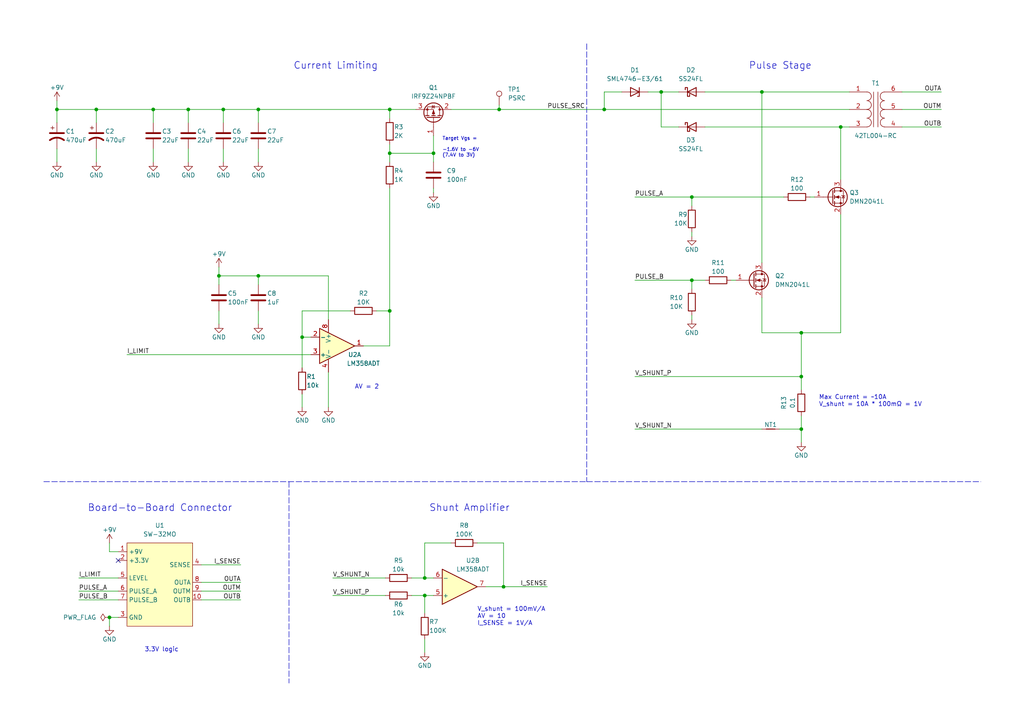
<source format=kicad_sch>
(kicad_sch (version 20211123) (generator eeschema)
  (paper "A4")
  (title_block (title "SW3O2") (date "2022-12-23") (rev "1") (company "saawsm") (comment 3 "TO-220 Variant") (comment 4 "A single channel e-stim output module for the SW3X driver board"))
  (lib_symbols
    (symbol "Amplifier_Operational:LMC6482" (pin_names (offset 0.127))
      (property "Reference" "U" (at 0 5.08 0))
      (property "Value" "LMC6482" (at 0 -5.08 0))
      (symbol "LMC6482_1_1"
        (polyline (pts (xy -5.08 5.08) (xy 5.08 0) (xy -5.08 -5.08) (xy -5.08 5.08)) (stroke (width 0.254)) (fill (type background)))
        (pin output line (at 7.62 0 180) (length 2.54) (name "~") (number "1"))
        (pin input line (at -7.62 -2.54 0) (length 2.54) (name "-") (number "2"))
        (pin input line (at -7.62 2.54 0) (length 2.54) (name "+") (number "3"))
      )
      (symbol "LMC6482_2_1"
        (polyline (pts (xy -5.08 5.08) (xy 5.08 0) (xy -5.08 -5.08) (xy -5.08 5.08)) (stroke (width 0.254)) (fill (type background)))
        (pin input line (at -7.62 2.54 0) (length 2.54) (name "+") (number "5"))
        (pin input line (at -7.62 -2.54 0) (length 2.54) (name "-") (number "6"))
        (pin output line (at 7.62 0 180) (length 2.54) (name "~") (number "7"))
      )
      (symbol "LMC6482_3_1"
        (pin power_in line (at -2.54 -7.62 90) (length 3.81) (name "V-") (number "4"))
        (pin power_in line (at -2.54 7.62 270) (length 3.81) (name "V+") (number "8"))
      )
    )
    (symbol "Connector:TestPoint" (pin_numbers hide) (pin_names (offset 0.762) hide)
      (property "Reference" "TP" (at 0 6.858 0))
      (property "Value" "TestPoint" (at 0 5.08 0))
      (symbol "TestPoint_0_1"
        (circle (center 0 3.302) (radius 0.762))
      )
      (symbol "TestPoint_1_1"
        (pin passive line (at 0 0 90) (length 2.54) (name "1") (number "1"))
      )
    )
    (symbol "Device:C" (pin_numbers hide) (pin_names (offset 0.254))
      (property "Reference" "C" (at 0.635 2.54 0))
      (property "Value" "C" (at 0.635 -2.54 0))
      (symbol "C_0_1"
        (polyline (pts (xy -2.032 -0.762) (xy 2.032 -0.762)) (stroke (width 0.508)))
        (polyline (pts (xy -2.032 0.762) (xy 2.032 0.762)) (stroke (width 0.508)))
      )
      (symbol "C_1_1"
        (pin passive line (at 0 3.81 270) (length 2.794) (name "~") (number "1"))
        (pin passive line (at 0 -3.81 90) (length 2.794) (name "~") (number "2"))
      )
    )
    (symbol "Device:C_Polarized_US" (pin_numbers hide) (pin_names (offset 0.254) hide)
      (property "Reference" "C" (at 0.635 2.54 0))
      (property "Value" "C_Polarized_US" (at 0.635 -2.54 0))
      (symbol "C_Polarized_US_0_1"
        (polyline (pts (xy -2.032 0.762) (xy 2.032 0.762)) (stroke (width 0.508)))
        (polyline (pts (xy -1.778 2.286) (xy -0.762 2.286)))
        (polyline (pts (xy -1.27 1.778) (xy -1.27 2.794)))
        (arc (start 2.032 -1.27) (mid 0 -0.5572) (end -2.032 -1.27) (stroke (width 0.508)))
      )
      (symbol "C_Polarized_US_1_1"
        (pin passive line (at 0 3.81 270) (length 2.794) (name "~") (number "1"))
        (pin passive line (at 0 -3.81 90) (length 3.302) (name "~") (number "2"))
      )
    )
    (symbol "Device:D_Schottky" (pin_numbers hide) (pin_names (offset 1.016) hide)
      (property "Reference" "D" (at 0 2.54 0))
      (property "Value" "D_Schottky" (at 0 -2.54 0))
      (symbol "D_Schottky_0_1"
        (polyline (pts (xy 1.27 0) (xy -1.27 0)))
        (polyline (pts (xy 1.27 1.27) (xy 1.27 -1.27) (xy -1.27 0) (xy 1.27 1.27)) (stroke (width 0.254)))
        (polyline (pts (xy -1.905 0.635) (xy -1.905 1.27) (xy -1.27 1.27) (xy -1.27 -1.27) (xy -0.635 -1.27) (xy -0.635 -0.635)) (stroke (width 0.254)))
      )
      (symbol "D_Schottky_1_1"
        (pin passive line (at -3.81 0 0) (length 2.54) (name "K") (number "1"))
        (pin passive line (at 3.81 0 180) (length 2.54) (name "A") (number "2"))
      )
    )
    (symbol "Device:D_Zener" (pin_numbers hide) (pin_names (offset 1.016) hide)
      (property "Reference" "D" (at 0 2.54 0))
      (property "Value" "D_Zener" (at 0 -2.54 0))
      (symbol "D_Zener_0_1"
        (polyline (pts (xy 1.27 0) (xy -1.27 0)))
        (polyline (pts (xy -1.27 -1.27) (xy -1.27 1.27) (xy -0.762 1.27)) (stroke (width 0.254)))
        (polyline (pts (xy 1.27 -1.27) (xy 1.27 1.27) (xy -1.27 0) (xy 1.27 -1.27)) (stroke (width 0.254)))
      )
      (symbol "D_Zener_1_1"
        (pin passive line (at -3.81 0 0) (length 2.54) (name "K") (number "1"))
        (pin passive line (at 3.81 0 180) (length 2.54) (name "A") (number "2"))
      )
    )
    (symbol "Device:NetTie_2" (pin_numbers hide) (pin_names (offset 0) hide)
      (property "Reference" "NT" (at 0 1.27 0))
      (property "Value" "NetTie_2" (at 0 -1.27 0))
      (symbol "NetTie_2_0_1"
        (polyline (pts (xy -1.27 0) (xy 1.27 0)) (stroke (width 0.254)))
      )
      (symbol "NetTie_2_1_1"
        (pin passive line (at -2.54 0 0) (length 2.54) (name "1") (number "1"))
        (pin passive line (at 2.54 0 180) (length 2.54) (name "2") (number "2"))
      )
    )
    (symbol "Device:Q_PMOS_GDS" (pin_names (offset 0) hide)
      (property "Reference" "Q" (at 5.08 1.27 0))
      (property "Value" "Q_PMOS_GDS" (at 5.08 -1.27 0))
      (symbol "Q_PMOS_GDS_0_1"
        (polyline (pts (xy 0.254 0) (xy -2.54 0)))
        (polyline (pts (xy 0.254 1.905) (xy 0.254 -1.905)) (stroke (width 0.254)))
        (polyline (pts (xy 0.762 -1.27) (xy 0.762 -2.286)) (stroke (width 0.254)))
        (polyline (pts (xy 0.762 0.508) (xy 0.762 -0.508)) (stroke (width 0.254)))
        (polyline (pts (xy 0.762 2.286) (xy 0.762 1.27)) (stroke (width 0.254)))
        (polyline (pts (xy 2.54 2.54) (xy 2.54 1.778)))
        (polyline (pts (xy 2.54 -2.54) (xy 2.54 0) (xy 0.762 0)))
        (polyline (pts (xy 0.762 1.778) (xy 3.302 1.778) (xy 3.302 -1.778) (xy 0.762 -1.778)))
        (polyline (pts (xy 2.286 0) (xy 1.27 0.381) (xy 1.27 -0.381) (xy 2.286 0)) (fill (type outline)))
        (polyline (pts (xy 2.794 -0.508) (xy 2.921 -0.381) (xy 3.683 -0.381) (xy 3.81 -0.254)))
        (polyline (pts (xy 3.302 -0.381) (xy 2.921 0.254) (xy 3.683 0.254) (xy 3.302 -0.381)))
        (circle (center 1.651 0) (radius 2.794) (stroke (width 0.254)))
        (circle (center 2.54 -1.778) (radius 0.254) (fill (type outline)))
        (circle (center 2.54 1.778) (radius 0.254) (fill (type outline)))
      )
      (symbol "Q_PMOS_GDS_1_1"
        (pin input line (at -5.08 0 0) (length 2.54) (name "G") (number "1"))
        (pin passive line (at 2.54 5.08 270) (length 2.54) (name "D") (number "2"))
        (pin passive line (at 2.54 -5.08 90) (length 2.54) (name "S") (number "3"))
      )
    )
    (symbol "Device:R" (pin_numbers hide) (pin_names (offset 0))
      (property "Reference" "R" (at 2.032 0 90))
      (property "Value" "R" (at 0 0 90))
      (symbol "R_0_1"
        (rectangle (start -1.016 -2.54) (end 1.016 2.54) (stroke (width 0.254)))
      )
      (symbol "R_1_1"
        (pin passive line (at 0 3.81 270) (length 1.27) (name "~") (number "1"))
        (pin passive line (at 0 -3.81 90) (length 1.27) (name "~") (number "2"))
      )
    )
    (symbol "SaawLib:SW-32MO"
      (property "Reference" "J" (at 0 13.97 0))
      (property "Value" "SW-32MO" (at 0 -12.7 0))
      (symbol "SW-32MO_0_1"
        (rectangle (start -10.16 12.7) (end 8.89 -11.43) (fill (type background)))
      )
      (symbol "SW-32MO_1_1"
        (pin power_in line (at -12.7 10.16 0) (length 2.54) (name "+9V") (number "1"))
        (pin power_out line (at 11.43 -3.81 180) (length 2.54) (name "OUTB") (number "10"))
        (pin power_in line (at -12.7 7.62 0) (length 2.54) (name "+3.3V") (number "2"))
        (pin power_in line (at -12.7 -8.89 0) (length 2.54) (name "GND") (number "3"))
        (pin bidirectional line (at 11.43 6.35 180) (length 2.54) (name "SENSE") (number "4"))
        (pin bidirectional line (at -12.7 2.54 0) (length 2.54) (name "LEVEL") (number "5"))
        (pin bidirectional line (at -12.7 -1.27 0) (length 2.54) (name "PULSE_A") (number "6"))
        (pin bidirectional line (at -12.7 -3.81 0) (length 2.54) (name "PULSE_B") (number "7"))
        (pin power_out line (at 11.43 1.27 180) (length 2.54) (name "OUTA") (number "8"))
        (pin power_out line (at 11.43 -1.27 180) (length 2.54) (name "OUTM") (number "9"))
      )
    )
    (symbol "SaawLib:Transformer_SP_SS" (pin_names hide)
      (property "Reference" "T" (at 0 10.16 0))
      (property "Value" "Transformer_SP_SS" (at 0 7.62 0))
      (symbol "Transformer_SP_SS_0_1"
        (arc (start -2.54 -5.0546) (mid -1.6561 -4.6863) (end -1.27 -3.81))
        (arc (start -2.54 -2.5146) (mid -1.6561 -2.1463) (end -1.27 -1.27))
        (arc (start -2.54 0.0254) (mid -1.6561 0.3937) (end -1.27 1.27))
        (arc (start -2.54 2.5654) (mid -1.6561 2.9337) (end -1.27 3.81))
        (arc (start -1.27 -3.81) (mid -1.642 -2.912) (end -2.54 -2.54))
        (arc (start -1.27 -1.27) (mid -1.642 -0.372) (end -2.54 0))
        (arc (start -1.27 1.27) (mid -1.642 2.168) (end -2.54 2.54))
        (arc (start -1.27 3.81) (mid -1.642 4.708) (end -2.54 5.08))
        (polyline (pts (xy -0.635 5.08) (xy -0.635 -5.08)))
        (polyline (pts (xy 0.635 -5.08) (xy 0.635 5.08)))
        (arc (start 1.2954 -1.27) (mid 1.6599 -2.1501) (end 2.54 -2.5146))
        (arc (start 1.2954 1.27) (mid 1.6599 0.3899) (end 2.54 0.0254))
        (arc (start 1.2954 3.81) (mid 1.6599 2.9299) (end 2.54 2.5654))
        (arc (start 1.3208 -3.81) (mid 1.6853 -4.6901) (end 2.5654 -5.0546))
        (arc (start 2.54 0) (mid 1.6456 -0.3683) (end 1.2954 -1.27))
        (arc (start 2.54 2.54) (mid 1.6456 2.1717) (end 1.2954 1.27))
        (arc (start 2.54 5.08) (mid 1.6456 4.7117) (end 1.2954 3.81))
        (arc (start 2.5654 -2.54) (mid 1.671 -2.9083) (end 1.3208 -3.81))
      )
      (symbol "Transformer_SP_SS_1_1"
        (pin passive line (at -7.62 5.08 0) (length 5.08) (name "PR1") (number "1"))
        (pin passive line (at -7.62 0 0) (length 5.08) (name "PM") (number "2"))
        (pin passive line (at -7.62 -5.08 0) (length 5.08) (name "PR2") (number "3"))
        (pin passive line (at 7.62 -5.08 180) (length 5.08) (name "S1") (number "4"))
        (pin passive line (at 7.62 0 180) (length 5.08) (name "SM") (number "5"))
        (pin passive line (at 7.62 5.08 180) (length 5.08) (name "S2") (number "6"))
      )
    )
    (symbol "Transistor_FET:DMN2041L" (pin_names hide)
      (property "Reference" "Q" (at 5.08 1.905 0))
      (property "Value" "DMN2041L" (at 5.08 0 0))
      (symbol "DMN2041L_0_1"
        (polyline (pts (xy 0.254 0) (xy -2.54 0)))
        (polyline (pts (xy 0.254 1.905) (xy 0.254 -1.905)) (stroke (width 0.254)))
        (polyline (pts (xy 0.762 -1.27) (xy 0.762 -2.286)) (stroke (width 0.254)))
        (polyline (pts (xy 0.762 0.508) (xy 0.762 -0.508)) (stroke (width 0.254)))
        (polyline (pts (xy 0.762 2.286) (xy 0.762 1.27)) (stroke (width 0.254)))
        (polyline (pts (xy 2.54 2.54) (xy 2.54 1.778)))
        (polyline (pts (xy 2.54 -2.54) (xy 2.54 0) (xy 0.762 0)))
        (polyline (pts (xy 0.762 -1.778) (xy 3.302 -1.778) (xy 3.302 1.778) (xy 0.762 1.778)))
        (polyline (pts (xy 1.016 0) (xy 2.032 0.381) (xy 2.032 -0.381) (xy 1.016 0)) (fill (type outline)))
        (polyline (pts (xy 2.794 0.508) (xy 2.921 0.381) (xy 3.683 0.381) (xy 3.81 0.254)))
        (polyline (pts (xy 3.302 0.381) (xy 2.921 -0.254) (xy 3.683 -0.254) (xy 3.302 0.381)))
        (circle (center 1.651 0) (radius 2.794) (stroke (width 0.254)))
        (circle (center 2.54 -1.778) (radius 0.254) (fill (type outline)))
        (circle (center 2.54 1.778) (radius 0.254) (fill (type outline)))
      )
      (symbol "DMN2041L_1_1"
        (pin input line (at -5.08 0 0) (length 2.54) (name "G") (number "1"))
        (pin passive line (at 2.54 -5.08 90) (length 2.54) (name "S") (number "2"))
        (pin passive line (at 2.54 5.08 270) (length 2.54) (name "D") (number "3"))
      )
    )
    (symbol "power:+9V" (power) (pin_names (offset 0))
      (property "Value" "+9V" (at 0 3.556 0))
      (symbol "+9V_0_1"
        (polyline (pts (xy -0.762 1.27) (xy 0 2.54)))
        (polyline (pts (xy 0 0) (xy 0 2.54)))
        (polyline (pts (xy 0 2.54) (xy 0.762 1.27)))
      )
      (symbol "+9V_1_1"
        (pin power_in line (at 0 0 90) (length 0) hide (name "+9V") (number "1"))
      )
    )
    (symbol "power:GND" (power) (pin_names (offset 0))
      (property "Value" "GND" (at 0 -3.81 0))
      (symbol "GND_0_1"
        (polyline (pts (xy 0 0) (xy 0 -1.27) (xy 1.27 -1.27) (xy 0 -2.54) (xy -1.27 -1.27) (xy 0 -1.27)))
      )
      (symbol "GND_1_1"
        (pin power_in line (at 0 0 270) (length 0) hide (name "GND") (number "1"))
      )
    )
    (symbol "power:PWR_FLAG" (power) (pin_numbers hide) (pin_names (offset 0) hide)
      (property "Value" "PWR_FLAG" (at 0 3.81 0))
      (symbol "PWR_FLAG_0_0"
        (pin power_out line (at 0 0 90) (length 0) (name "pwr") (number "1"))
      )
      (symbol "PWR_FLAG_0_1"
        (polyline (pts (xy 0 0) (xy 0 1.27) (xy -1.016 1.905) (xy 0 2.54) (xy 1.016 1.905) (xy 0 1.27)))
      )
    )
  )
  (junction (at 74.93 80.01))
  (junction (at 232.41 124.46))
  (junction (at 113.03 44.45))
  (junction (at 44.45 31.75))
  (junction (at 16.51 31.75))
  (junction (at 123.19 167.64))
  (junction (at 146.05 170.18))
  (junction (at 54.61 31.75))
  (junction (at 74.93 31.75))
  (junction (at 113.03 90.17))
  (junction (at 144.78 31.75))
  (junction (at 113.03 31.75))
  (junction (at 200.66 57.15))
  (junction (at 64.77 31.75))
  (junction (at 232.41 96.52))
  (junction (at 200.66 81.28))
  (junction (at 191.77 26.67))
  (junction (at 123.19 172.72))
  (junction (at 232.41 109.22))
  (junction (at 31.75 179.07))
  (junction (at 175.26 31.75))
  (junction (at 220.98 26.67))
  (junction (at 125.73 44.45))
  (junction (at 27.94 31.75))
  (junction (at 63.5 80.01))
  (junction (at 243.84 36.83))
  (junction (at 87.63 97.79))
  (no_connect (at 34.29 162.56))
  (wire (pts (xy 74.93 80.01) (xy 95.25 80.01)))
  (wire (pts (xy 273.05 36.83) (xy 261.62 36.83)))
  (wire (pts (xy 232.41 120.65) (xy 232.41 124.46)))
  (wire (pts (xy 34.29 160.02) (xy 31.75 160.02)))
  (wire (pts (xy 63.5 90.17) (xy 63.5 93.98)))
  (wire (pts (xy 140.97 170.18) (xy 146.05 170.18)))
  (wire (pts (xy 74.93 82.55) (xy 74.93 80.01)))
  (wire (pts (xy 54.61 31.75) (xy 64.77 31.75)))
  (wire (pts (xy 69.85 173.99) (xy 58.42 173.99)))
  (wire (pts (xy 200.66 57.15) (xy 200.66 59.69)))
  (wire (pts (xy 220.98 26.67) (xy 246.38 26.67)))
  (wire (pts (xy 200.66 67.31) (xy 200.66 68.58)))
  (wire (pts (xy 212.09 81.28) (xy 213.36 81.28)))
  (wire (pts (xy 63.5 80.01) (xy 63.5 82.55)))
  (wire (pts (xy 123.19 167.64) (xy 125.73 167.64)))
  (wire (pts (xy 64.77 43.18) (xy 64.77 46.99)))
  (wire (pts (xy 69.85 168.91) (xy 58.42 168.91)))
  (wire (pts (xy 113.03 54.61) (xy 113.03 90.17)))
  (wire (pts (xy 119.38 172.72) (xy 123.19 172.72)))
  (wire (pts (xy 16.51 29.21) (xy 16.51 31.75)))
  (wire (pts (xy 191.77 26.67) (xy 196.85 26.67)))
  (wire (pts (xy 200.66 57.15) (xy 227.33 57.15)))
  (wire (pts (xy 74.93 35.56) (xy 74.93 31.75)))
  (wire (pts (xy 113.03 90.17) (xy 113.03 100.33)))
  (wire (pts (xy 44.45 31.75) (xy 44.45 35.56)))
  (wire (pts (xy 220.98 96.52) (xy 232.41 96.52)))
  (wire (pts (xy 125.73 44.45) (xy 125.73 46.99)))
  (wire (pts (xy 31.75 181.61) (xy 31.75 179.07)))
  (wire (pts (xy 200.66 91.44) (xy 200.66 92.71)))
  (wire (pts (xy 273.05 26.67) (xy 261.62 26.67)))
  (wire (pts (xy 27.94 31.75) (xy 44.45 31.75)))
  (wire (pts (xy 232.41 124.46) (xy 232.41 128.27)))
  (wire (pts (xy 123.19 172.72) (xy 125.73 172.72)))
  (wire (pts (xy 27.94 31.75) (xy 27.94 35.56)))
  (wire (pts (xy 109.22 90.17) (xy 113.03 90.17)))
  (wire (pts (xy 105.41 100.33) (xy 113.03 100.33)))
  (wire (pts (xy 123.19 157.48) (xy 123.19 167.64)))
  (wire (pts (xy 95.25 107.95) (xy 95.25 118.11)))
  (wire (pts (xy 22.86 167.64) (xy 34.29 167.64)))
  (wire (pts (xy 196.85 36.83) (xy 191.77 36.83)))
  (wire (pts (xy 273.05 31.75) (xy 261.62 31.75)))
  (wire (pts (xy 22.86 171.45) (xy 34.29 171.45)))
  (wire (pts (xy 184.15 109.22) (xy 232.41 109.22)))
  (polyline (pts (xy 170.18 12.7) (xy 170.18 139.7)))
  (wire (pts (xy 220.98 26.67) (xy 220.98 76.2)))
  (wire (pts (xy 36.83 102.87) (xy 90.17 102.87)))
  (wire (pts (xy 63.5 77.47) (xy 63.5 80.01)))
  (wire (pts (xy 123.19 185.42) (xy 123.19 189.23)))
  (wire (pts (xy 232.41 109.22) (xy 232.41 113.03)))
  (wire (pts (xy 146.05 170.18) (xy 158.75 170.18)))
  (wire (pts (xy 175.26 31.75) (xy 246.38 31.75)))
  (wire (pts (xy 31.75 179.07) (xy 34.29 179.07)))
  (wire (pts (xy 96.52 172.72) (xy 111.76 172.72)))
  (wire (pts (xy 74.93 43.18) (xy 74.93 46.99)))
  (wire (pts (xy 191.77 36.83) (xy 191.77 26.67)))
  (wire (pts (xy 232.41 96.52) (xy 232.41 109.22)))
  (wire (pts (xy 184.15 57.15) (xy 200.66 57.15)))
  (wire (pts (xy 113.03 44.45) (xy 113.03 46.99)))
  (wire (pts (xy 87.63 114.3) (xy 87.63 118.11)))
  (wire (pts (xy 281.94 219.71) (xy 283.21 219.71)))
  (wire (pts (xy 113.03 41.91) (xy 113.03 44.45)))
  (wire (pts (xy 204.47 36.83) (xy 243.84 36.83)))
  (wire (pts (xy 87.63 90.17) (xy 87.63 97.79)))
  (wire (pts (xy 119.38 167.64) (xy 123.19 167.64)))
  (wire (pts (xy 144.78 31.75) (xy 175.26 31.75)))
  (wire (pts (xy 74.93 90.17) (xy 74.93 93.98)))
  (wire (pts (xy 96.52 167.64) (xy 111.76 167.64)))
  (wire (pts (xy 54.61 31.75) (xy 54.61 35.56)))
  (wire (pts (xy 74.93 31.75) (xy 113.03 31.75)))
  (wire (pts (xy 187.96 26.67) (xy 191.77 26.67)))
  (wire (pts (xy 16.51 31.75) (xy 27.94 31.75)))
  (wire (pts (xy 243.84 36.83) (xy 246.38 36.83)))
  (wire (pts (xy 54.61 43.18) (xy 54.61 46.99)))
  (wire (pts (xy 130.81 31.75) (xy 144.78 31.75)))
  (wire (pts (xy 243.84 62.23) (xy 243.84 96.52)))
  (wire (pts (xy 64.77 31.75) (xy 74.93 31.75)))
  (wire (pts (xy 200.66 81.28) (xy 204.47 81.28)))
  (wire (pts (xy 200.66 81.28) (xy 200.66 83.82)))
  (wire (pts (xy 16.51 43.18) (xy 16.51 46.99)))
  (wire (pts (xy 125.73 54.61) (xy 125.73 55.88)))
  (wire (pts (xy 175.26 26.67) (xy 175.26 31.75)))
  (wire (pts (xy 31.75 157.48) (xy 31.75 160.02)))
  (wire (pts (xy 64.77 31.75) (xy 64.77 35.56)))
  (wire (pts (xy 44.45 43.18) (xy 44.45 46.99)))
  (polyline (pts (xy 83.82 139.7) (xy 83.82 198.12)))
  (wire (pts (xy 87.63 97.79) (xy 90.17 97.79)))
  (wire (pts (xy 123.19 172.72) (xy 123.19 177.8)))
  (wire (pts (xy 232.41 96.52) (xy 243.84 96.52)))
  (wire (pts (xy 226.06 124.46) (xy 232.41 124.46)))
  (wire (pts (xy 16.51 31.75) (xy 16.51 35.56)))
  (wire (pts (xy 243.84 36.83) (xy 243.84 52.07)))
  (polyline (pts (xy 170.18 139.7) (xy 284.48 139.7)))
  (wire (pts (xy 101.6 90.17) (xy 87.63 90.17)))
  (wire (pts (xy 220.98 86.36) (xy 220.98 96.52)))
  (wire (pts (xy 138.43 157.48) (xy 146.05 157.48)))
  (wire (pts (xy 283.21 219.71) (xy 283.21 218.44)))
  (wire (pts (xy 69.85 171.45) (xy 58.42 171.45)))
  (wire (pts (xy 184.15 81.28) (xy 200.66 81.28)))
  (wire (pts (xy 234.95 57.15) (xy 236.22 57.15)))
  (wire (pts (xy 58.42 163.83) (xy 69.85 163.83)))
  (wire (pts (xy 130.81 157.48) (xy 123.19 157.48)))
  (wire (pts (xy 144.78 30.48) (xy 144.78 31.75)))
  (polyline (pts (xy 12.7 139.7) (xy 170.18 139.7)))
  (wire (pts (xy 113.03 31.75) (xy 113.03 34.29)))
  (wire (pts (xy 63.5 80.01) (xy 74.93 80.01)))
  (wire (pts (xy 125.73 44.45) (xy 113.03 44.45)))
  (wire (pts (xy 87.63 97.79) (xy 87.63 106.68)))
  (wire (pts (xy 95.25 80.01) (xy 95.25 92.71)))
  (wire (pts (xy 204.47 26.67) (xy 220.98 26.67)))
  (wire (pts (xy 44.45 31.75) (xy 54.61 31.75)))
  (wire (pts (xy 146.05 157.48) (xy 146.05 170.18)))
  (wire (pts (xy 180.34 26.67) (xy 175.26 26.67)))
  (wire (pts (xy 184.15 124.46) (xy 220.98 124.46)))
  (wire (pts (xy 27.94 43.18) (xy 27.94 46.99)))
  (wire (pts (xy 22.86 173.99) (xy 34.29 173.99)))
  (wire (pts (xy 113.03 31.75) (xy 120.65 31.75)))
  (wire (pts (xy 125.73 39.37) (xy 125.73 44.45)))
  (text "Max Current = ~10A\nV_shunt = 10A * 100mΩ = 1V" (at 237.49 118.11 0) (effects (font (size 1.27 1.27)) (justify left bottom)))
  (text "Board-to-Board Connector" (at 25.4 148.59 0) (effects (font (size 2 2)) (justify left bottom)))
  (text "V_shunt = 100mV/A\nAV = 10\nI_SENSE = 1V/A" (at 138.43 181.61 0) (effects (font (size 1.27 1.27)) (justify left bottom)))
  (text "AV = 2" (at 102.87 113.03 0) (effects (font (size 1.27 1.27)) (justify left bottom)))
  (text "Shunt Amplifier" (at 124.46 148.59 0) (effects (font (size 2 2)) (justify left bottom)))
  (text "Pulse Stage" (at 217.17 20.32 0) (effects (font (size 2 2)) (justify left bottom)))
  (text "Target Vgs = \n\n-1.6V to -6V\n(7.4V to 3V)" (at 128.27 45.72 0) (effects (font (size 1 1)) (justify left bottom)))
  (text "Current Limiting" (at 85.09 20.32 0) (effects (font (size 2 2)) (justify left bottom)))
  (text "3.3V logic" (at 41.91 189.23 0) (effects (font (size 1.27 1.27)) (justify left bottom)))
  (label "OUTA" (at 69.85 168.91 180))
  (label "I_LIMIT" (at 22.86 167.64 0))
  (label "OUTA" (at 273.05 26.67 180))
  (label "PULSE_A" (at 184.15 57.15 0))
  (label "V_SHUNT_P" (at 184.15 109.22 0))
  (label "OUTM" (at 273.05 31.75 180))
  (label "V_SHUNT_N" (at 184.15 124.46 0))
  (label "OUTB" (at 69.85 173.99 180))
  (label "PULSE_B" (at 22.86 173.99 0))
  (label "I_SENSE" (at 158.75 170.18 180))
  (label "PULSE_B" (at 184.15 81.28 0))
  (label "I_SENSE" (at 69.85 163.83 180))
  (label "OUTB" (at 273.05 36.83 180))
  (label "PULSE_A" (at 22.86 171.45 0))
  (label "V_SHUNT_N" (at 96.52 167.64 0))
  (label "OUTM" (at 69.85 171.45 180))
  (label "I_LIMIT" (at 36.83 102.87 0))
  (label "PULSE_SRC" (at 158.75 31.75 0))
  (label "V_SHUNT_P" (at 96.52 172.72 0))
  (symbol (lib_id "Device:C") (at 64.77 39.37 0) (unit 1)
    (property "Reference" "C6" (at 67.31 38.1 0) (effects (justify left)))
    (property "Value" "22uF" (at 67.31 40.64 0) (effects (justify left)))
    (property "Footprint" "Capacitor_SMD:C_1210_3225Metric" (effects hide))
    (property "MPN" "CL32A226KAJNNNE" (effects hide))
  )
  (symbol (lib_id "Device:NetTie_2") (at 223.52 124.46 0) (unit 1) (in_bom no)
    (property "Reference" "NT1" (at 223.52 123.19 0))
    (property "Value" "0.5 mm" (effects hide))
    (property "Footprint" "NetTie:NetTie-2_SMD_Pad0.5mm" (effects hide))
  )
  (symbol (lib_id "Device:R") (at 87.63 110.49 0) (unit 1)
    (property "Reference" "R1" (at 88.9 109.22 0) (effects (justify left)))
    (property "Value" "10k" (at 88.9 111.76 0) (effects (justify left)))
    (property "Footprint" "Resistor_SMD:R_0603_1608Metric" (effects hide))
    (property "MPN" "RC0603FR-0710KL" (effects hide))
  )
  (symbol (lib_id "Device:Q_PMOS_GDS") (at 125.73 34.29 270) (mirror x) (unit 1)
    (property "Reference" "Q1" (at 125.73 25.4 90))
    (property "Value" "IRF9Z24NPBF" (at 125.73 27.94 90))
    (property "Footprint" "Package_TO_SOT_THT:TO-220-3_Horizontal_TabDown" (effects hide))
    (property "Datasheet" "https://mouser.com/datasheet/2/196/Infineon_IRF9Z24N_DataSheet_v01_01_EN-1732681.pdf" (effects hide))
    (property "MPN" "IRF9Z24NPBF" (effects hide))
  )
  (symbol (lib_id "Device:D_Zener") (at 184.15 26.67 180) (unit 1)
    (property "Reference" "D1" (at 184.15 20.32 0))
    (property "Value" "SML4746-E3/61" (at 184.15 22.86 0))
    (property "Footprint" "Diode_SMD:D_SMA" (effects hide))
    (property "MPN" "SML4746-E3/61" (effects hide))
  )
  (symbol (lib_id "power:GND") (at 16.51 46.99 0) (unit 1)
    (property "Reference" "#PWR02" (effects hide))
    (property "Value" "GND" (at 16.51 50.8 0))
  )
  (symbol (lib_id "power:GND") (at 200.66 92.71 0) (unit 1)
    (property "Reference" "#PWR018" (effects hide))
    (property "Value" "GND" (at 200.66 96.52 0))
  )
  (symbol (lib_id "SaawLib:Transformer_SP_SS") (at 254 31.75 0) (unit 1)
    (property "Reference" "T1" (at 254 24.13 0))
    (property "Value" "42TL004-RC" (at 254 39.37 0))
    (property "Footprint" "SaawLib:42TL" (effects hide))
    (property "Datasheet" "https://au.mouser.com/datasheet/2/449/Yuetone_XC-600127-1212403.pdf" (effects hide))
    (property "MPN" "42TL004-RC" (effects hide))
  )
  (symbol (lib_id "Device:R") (at 232.41 116.84 0) (unit 1)
    (property "Reference" "R13" (at 227.33 116.84 90))
    (property "Value" "0.1" (at 229.87 116.84 90))
    (property "Footprint" "Resistor_SMD:R_1206_3216Metric" (effects hide))
    (property "MPN" "ERJ-8BWFR100V" (effects hide))
  )
  (symbol (lib_id "power:GND") (at 200.66 68.58 0) (unit 1)
    (property "Reference" "#PWR017" (effects hide))
    (property "Value" "GND" (at 200.66 72.39 0))
  )
  (symbol (lib_id "Transistor_FET:DMN2041L") (at 241.3 57.15 0) (unit 1)
    (property "Reference" "Q3" (at 246.38 55.88 0) (effects (justify left)))
    (property "Value" "DMN2041L" (at 246.38 58.42 0) (effects (justify left)))
    (property "Footprint" "Package_TO_SOT_SMD:SOT-23" (effects hide))
    (property "Datasheet" "https://www.diodes.com/assets/Datasheets/products_inactive_data/DMN2041L.pdf" (effects hide))
    (property "MPN" "DMN2041L" (effects hide))
  )
  (symbol (lib_id "Device:C") (at 63.5 86.36 0) (unit 1)
    (property "Reference" "C5" (at 66.04 85.09 0) (effects (justify left)))
    (property "Value" "100nF" (at 66.04 87.63 0) (effects (justify left)))
    (property "Footprint" "Capacitor_SMD:C_0603_1608Metric" (effects hide))
    (property "MPN" "CL10B104KB8NNWC" (effects hide))
  )
  (symbol (lib_id "Device:R") (at 115.57 167.64 90) (unit 1)
    (property "Reference" "R5" (at 115.57 162.56 90))
    (property "Value" "10k" (at 115.57 165.1 90))
    (property "Footprint" "Resistor_SMD:R_0603_1608Metric" (effects hide))
    (property "MPN" "RC0603FR-0710KL" (effects hide))
  )
  (symbol (lib_id "Device:C") (at 44.45 39.37 0) (unit 1)
    (property "Reference" "C3" (at 46.99 38.1 0) (effects (justify left)))
    (property "Value" "22uF" (at 46.99 40.64 0) (effects (justify left)))
    (property "Footprint" "Capacitor_SMD:C_1210_3225Metric" (effects hide))
    (property "MPN" "CL32A226KAJNNNE" (effects hide))
  )
  (symbol (lib_id "Transistor_FET:DMN2041L") (at 218.44 81.28 0) (unit 1)
    (property "Reference" "Q2" (at 224.79 80.01 0) (effects (justify left)))
    (property "Value" "DMN2041L" (at 224.79 82.55 0) (effects (justify left)))
    (property "Footprint" "Package_TO_SOT_SMD:SOT-23" (effects hide))
    (property "Datasheet" "https://www.diodes.com/assets/Datasheets/products_inactive_data/DMN2041L.pdf" (effects hide))
    (property "MPN" "DMN2041L" (effects hide))
  )
  (symbol (lib_id "power:PWR_FLAG") (at 31.75 179.07 90) (unit 1)
    (property "Reference" "#FLG01" (effects hide))
    (property "Value" "PWR_FLAG" (at 27.94 179.0699 90) (effects (justify left)))
  )
  (symbol (lib_id "power:GND") (at 87.63 118.11 0) (unit 1)
    (property "Reference" "#PWR013" (effects hide))
    (property "Value" "GND" (at 87.63 121.92 0))
  )
  (symbol (lib_id "Device:D_Schottky") (at 200.66 36.83 0) (unit 1)
    (property "Reference" "D3" (at 200.3425 40.64 0))
    (property "Value" "SS24FL" (at 200.3425 43.18 0))
    (property "Footprint" "Diode_SMD:D_SOD-123F" (effects hide))
    (property "MPN" "SS24FL" (effects hide))
  )
  (symbol (lib_id "Device:R") (at 200.66 63.5 0) (unit 1)
    (property "Reference" "R9" (at 199.39 62.23 0) (effects (justify right)))
    (property "Value" "10K" (at 199.39 64.77 0) (effects (justify right)))
    (property "Footprint" "Resistor_SMD:R_0603_1608Metric" (effects hide))
    (property "MPN" "RC0603FR-0710KL" (effects hide))
  )
  (symbol (lib_id "SaawLib:SW-32MO") (at 46.99 170.18 0) (unit 1) (in_bom no)
    (property "Reference" "U1" (at 46.355 152.4 0))
    (property "Value" "SW-32MO" (at 46.355 154.94 0))
    (property "Footprint" "SaawLib:SW32-MO_Header" (effects hide))
  )
  (symbol (lib_id "Device:R") (at 208.28 81.28 270) (unit 1)
    (property "Reference" "R11" (at 208.28 76.2 90))
    (property "Value" "100" (at 208.28 78.74 90))
    (property "Footprint" "Resistor_SMD:R_0603_1608Metric" (effects hide))
    (property "MPN" "RC0603FR-07100RL" (effects hide))
  )
  (symbol (lib_id "power:GND") (at 44.45 46.99 0) (unit 1)
    (property "Reference" "#PWR06" (effects hide))
    (property "Value" "GND" (at 44.45 50.8 0))
  )
  (symbol (lib_id "power:GND") (at 64.77 46.99 0) (unit 1)
    (property "Reference" "#PWR010" (effects hide))
    (property "Value" "GND" (at 64.77 50.8 0))
  )
  (symbol (lib_id "Device:R") (at 134.62 157.48 90) (unit 1)
    (property "Reference" "R8" (at 134.62 152.4 90))
    (property "Value" "100K" (at 134.62 154.94 90))
    (property "Footprint" "Resistor_SMD:R_0603_1608Metric" (effects hide))
    (property "MPN" "RC0603FR-07100KL" (effects hide))
  )
  (symbol (lib_id "power:+9V") (at 63.5 77.47 0) (unit 1)
    (property "Reference" "#PWR08" (effects hide))
    (property "Value" "+9V" (at 63.5 73.66 0))
  )
  (symbol (lib_id "Device:R") (at 231.14 57.15 270) (unit 1)
    (property "Reference" "R12" (at 231.14 52.07 90))
    (property "Value" "100" (at 231.14 54.61 90))
    (property "Footprint" "Resistor_SMD:R_0603_1608Metric" (effects hide))
    (property "MPN" "RC0603FR-07100RL" (effects hide))
  )
  (symbol (lib_id "Device:C") (at 74.93 86.36 0) (unit 1)
    (property "Reference" "C8" (at 77.47 85.09 0) (effects (justify left)))
    (property "Value" "1uF" (at 77.47 87.63 0) (effects (justify left)))
    (property "Footprint" "Capacitor_SMD:C_0603_1608Metric" (effects hide))
    (property "MPN" "CL10B105KA8NFNC" (effects hide))
  )
  (symbol (lib_id "power:+9V") (at 283.21 218.44 0) (unit 1)
    (property "Reference" "#PWR020" (effects hide))
    (property "Value" "+9V" (at 283.21 214.63 0))
  )
  (symbol (lib_id "power:GND") (at 74.93 46.99 0) (unit 1)
    (property "Reference" "#PWR011" (effects hide))
    (property "Value" "GND" (at 74.93 50.8 0))
  )
  (symbol (lib_id "Device:R") (at 105.41 90.17 270) (unit 1)
    (property "Reference" "R2" (at 105.41 85.09 90))
    (property "Value" "10K" (at 105.41 87.63 90))
    (property "Footprint" "Resistor_SMD:R_0603_1608Metric" (effects hide))
    (property "MPN" "RC0603FR-0710KL" (effects hide))
  )
  (symbol (lib_id "Device:C") (at 54.61 39.37 0) (unit 1)
    (property "Reference" "C4" (at 57.15 38.1 0) (effects (justify left)))
    (property "Value" "22uF" (at 57.15 40.64 0) (effects (justify left)))
    (property "Footprint" "Capacitor_SMD:C_1210_3225Metric" (effects hide))
    (property "MPN" "CL32A226KAJNNNE" (effects hide))
  )
  (symbol (lib_id "Connector:TestPoint") (at 144.78 30.48 0) (unit 1) (in_bom no)
    (property "Reference" "TP1" (at 147.32 25.9079 0) (effects (justify left)))
    (property "Value" "PSRC" (at 147.32 28.4479 0) (effects (justify left)))
    (property "Footprint" "TestPoint:TestPoint_Pad_D1.5mm" (effects hide))
  )
  (symbol (lib_id "Device:C") (at 74.93 39.37 0) (unit 1)
    (property "Reference" "C7" (at 77.47 38.1 0) (effects (justify left)))
    (property "Value" "22uF" (at 77.47 40.64 0) (effects (justify left)))
    (property "Footprint" "Capacitor_SMD:C_1210_3225Metric" (effects hide))
    (property "MPN" "CL32A226KAJNNNE" (effects hide))
  )
  (symbol (lib_id "power:GND") (at 63.5 93.98 0) (unit 1)
    (property "Reference" "#PWR09" (effects hide))
    (property "Value" "GND" (at 63.5 97.79 0))
  )
  (symbol (lib_id "power:GND") (at 125.73 55.88 0) (unit 1)
    (property "Reference" "#PWR016" (effects hide))
    (property "Value" "GND" (at 125.73 59.69 0))
  )
  (symbol (lib_id "Device:C_Polarized_US") (at 16.51 39.37 0) (unit 1)
    (property "Reference" "C1" (at 19.05 38.1 0) (effects (justify left)))
    (property "Value" "470uF" (at 19.05 40.64 0) (effects (justify left)))
    (property "Footprint" "Capacitor_THT:CP_Radial_D8.0mm_P3.50mm" (effects hide))
    (property "MPN" "477CKE016M" (effects hide))
  )
  (symbol (lib_id "Amplifier_Operational:LMC6482") (at 97.79 100.33 0) (unit 3)
    (property "Reference" "U2" (effects hide))
    (property "Value" "LM358ADT" (effects hide))
    (property "Footprint" "Package_SO:SOIC-8_3.9x4.9mm_P1.27mm" (effects hide))
    (property "MPN" "LM358ADT" (effects hide))
  )
  (symbol (lib_id "power:PWR_FLAG") (at 281.94 219.71 90) (unit 1)
    (property "Reference" "#FLG02" (effects hide))
    (property "Value" "PWR_FLAG" (at 274.32 219.71 90))
  )
  (symbol (lib_id "power:+9V") (at 31.75 157.48 0) (unit 1)
    (property "Reference" "#PWR04" (effects hide))
    (property "Value" "+9V" (at 31.75 153.67 0))
  )
  (symbol (lib_id "Device:R") (at 123.19 181.61 0) (unit 1)
    (property "Reference" "R7" (at 124.46 180.34 0) (effects (justify left)))
    (property "Value" "100K" (at 124.46 182.88 0) (effects (justify left)))
    (property "Footprint" "Resistor_SMD:R_0603_1608Metric" (effects hide))
    (property "MPN" "RC0603FR-07100KL" (effects hide))
  )
  (symbol (lib_id "power:+9V") (at 16.51 29.21 0) (unit 1)
    (property "Reference" "#PWR01" (effects hide))
    (property "Value" "+9V" (at 16.51 25.4 0))
  )
  (symbol (lib_id "power:GND") (at 95.25 118.11 0) (unit 1)
    (property "Reference" "#PWR014" (effects hide))
    (property "Value" "GND" (at 95.25 121.92 0))
  )
  (symbol (lib_id "power:GND") (at 232.41 128.27 0) (unit 1)
    (property "Reference" "#PWR019" (effects hide))
    (property "Value" "GND" (at 232.41 132.08 0))
  )
  (symbol (lib_id "power:GND") (at 27.94 46.99 0) (unit 1)
    (property "Reference" "#PWR03" (effects hide))
    (property "Value" "GND" (at 27.94 50.8 0))
  )
  (symbol (lib_id "power:GND") (at 74.93 93.98 0) (unit 1)
    (property "Reference" "#PWR012" (effects hide))
    (property "Value" "GND" (at 74.93 97.79 0))
  )
  (symbol (lib_id "Device:R") (at 113.03 50.8 180) (unit 1)
    (property "Reference" "R4" (at 114.3 49.53 0) (effects (justify right)))
    (property "Value" "1K" (at 114.3 52.07 0) (effects (justify right)))
    (property "Footprint" "Resistor_SMD:R_0603_1608Metric" (effects hide))
    (property "MPN" "RC0603FR-071KL" (effects hide))
  )
  (symbol (lib_id "power:GND") (at 31.75 181.61 0) (unit 1)
    (property "Reference" "#PWR05" (effects hide))
    (property "Value" "GND" (at 31.75 185.42 0))
  )
  (symbol (lib_id "Amplifier_Operational:LMC6482") (at 133.35 170.18 0) (mirror x) (unit 2)
    (property "Reference" "U2" (at 137.16 162.56 0))
    (property "Value" "LM358ADT" (at 137.16 165.1 0))
    (property "Footprint" "Package_SO:SOIC-8_3.9x4.9mm_P1.27mm" (effects hide))
    (property "MPN" "LM358ADT" (effects hide))
  )
  (symbol (lib_id "power:GND") (at 54.61 46.99 0) (unit 1)
    (property "Reference" "#PWR07" (effects hide))
    (property "Value" "GND" (at 54.61 50.8 0))
  )
  (symbol (lib_id "Device:C") (at 125.73 50.8 180) (unit 1)
    (property "Reference" "C9" (at 129.54 49.5299 0) (effects (justify right)))
    (property "Value" "100nF" (at 129.54 52.0699 0) (effects (justify right)))
    (property "Footprint" "Capacitor_SMD:C_0603_1608Metric" (effects hide))
    (property "MPN" "CL10B104KB8NNWC" (effects hide))
  )
  (symbol (lib_id "Amplifier_Operational:LMC6482") (at 97.79 100.33 0) (mirror x) (unit 1)
    (property "Reference" "U2" (at 102.87 102.87 0))
    (property "Value" "LM358ADT" (at 105.41 105.41 0))
    (property "Footprint" "Package_SO:SOIC-8_3.9x4.9mm_P1.27mm" (effects hide))
    (property "MPN" "LM358ADT" (effects hide))
  )
  (symbol (lib_id "Device:R") (at 113.03 38.1 180) (unit 1)
    (property "Reference" "R3" (at 114.3 36.83 0) (effects (justify right)))
    (property "Value" "2K" (at 114.3 39.37 0) (effects (justify right)))
    (property "Footprint" "Resistor_SMD:R_0603_1608Metric" (effects hide))
    (property "MPN" "RC0603FR-072KL" (effects hide))
  )
  (symbol (lib_id "Device:R") (at 200.66 87.63 0) (unit 1)
    (property "Reference" "R10" (at 198.12 86.3599 0) (effects (justify right)))
    (property "Value" "10K" (at 198.12 88.8999 0) (effects (justify right)))
    (property "Footprint" "Resistor_SMD:R_0603_1608Metric" (effects hide))
    (property "MPN" "RC0603FR-0710KL" (effects hide))
  )
  (symbol (lib_id "Device:C_Polarized_US") (at 27.94 39.37 0) (unit 1)
    (property "Reference" "C2" (at 30.48 38.1 0) (effects (justify left)))
    (property "Value" "470uF" (at 30.48 40.64 0) (effects (justify left)))
    (property "Footprint" "Capacitor_THT:CP_Radial_D8.0mm_P3.50mm" (effects hide))
    (property "MPN" "477CKE016M" (effects hide))
  )
  (symbol (lib_id "power:GND") (at 123.19 189.23 0) (unit 1)
    (property "Reference" "#PWR015" (effects hide))
    (property "Value" "GND" (at 123.19 193.04 0))
  )
  (symbol (lib_id "Device:R") (at 115.57 172.72 90) (unit 1)
    (property "Reference" "R6" (at 115.57 175.26 90))
    (property "Value" "10k" (at 115.57 177.8 90))
    (property "Footprint" "Resistor_SMD:R_0603_1608Metric" (effects hide))
    (property "MPN" "RC0603FR-0710KL" (effects hide))
  )
  (symbol (lib_id "Device:D_Schottky") (at 200.66 26.67 0) (unit 1)
    (property "Reference" "D2" (at 200.3425 20.32 0))
    (property "Value" "SS24FL" (at 200.3425 22.86 0))
    (property "Footprint" "Diode_SMD:D_SOD-123F" (effects hide))
    (property "MPN" "SS24FL" (effects hide))
  )
)
</source>
